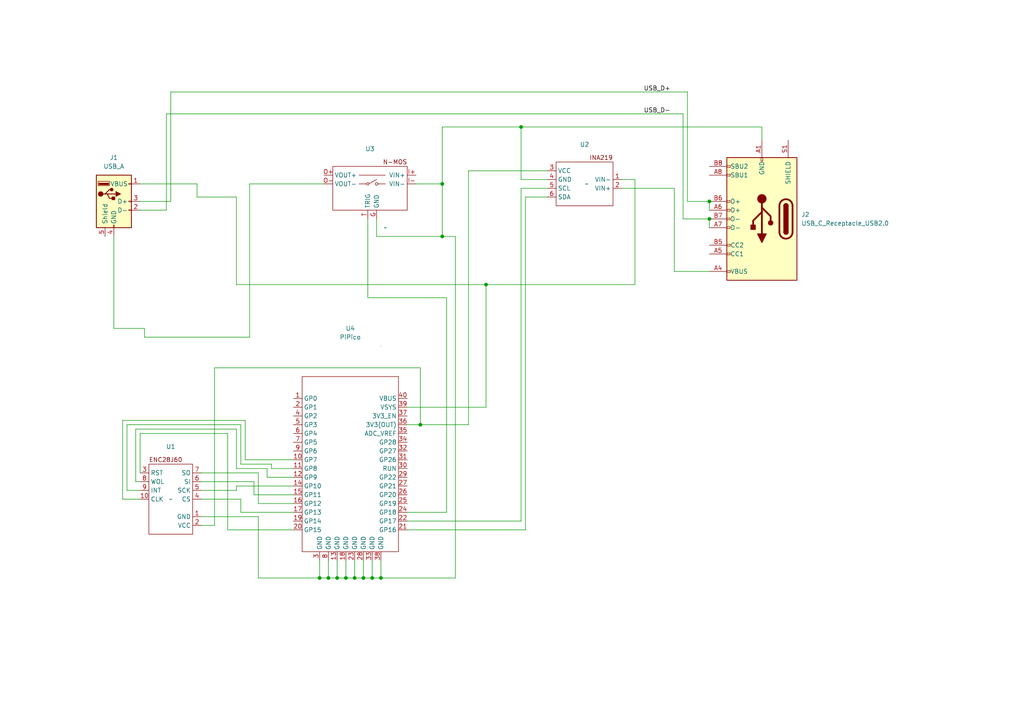
<source format=kicad_sch>
(kicad_sch (version 20230121) (generator eeschema)
  (paper "A4")
  (lib_symbols
    (symbol "Connector:USB_A" (pin_names (offset 1.016))
      (property "Reference" "J" (at -5.08 11.43 0))
      (property "Value" "USB_A" (at -5.08 8.89 0))
      (symbol "USB_A_0_1"
        (rectangle (start -5.08 -7.62) (end 5.08 7.62) (stroke (width 0.254)) (fill (type background)))
        (circle (center -3.81 2.159) (radius 0.635) (stroke (width 0.254)) (fill (type outline)))
        (rectangle (start -1.524 4.826) (end -4.318 5.334) (fill (type outline)))
        (rectangle (start -1.27 4.572) (end -4.572 5.842))
        (circle (center -0.635 3.429) (radius 0.381) (stroke (width 0.254)) (fill (type outline)))
        (rectangle (start -0.127 -7.62) (end 0.127 -6.858))
        (polyline (pts (xy -3.175 2.159) (xy -2.54 2.159) (xy -1.27 3.429) (xy -0.635 3.429)) (stroke (width 0.254)))
        (polyline (pts (xy -2.54 2.159) (xy -1.905 2.159) (xy -1.27 0.889) (xy 0 0.889)) (stroke (width 0.254)))
        (polyline (pts (xy 0.635 2.794) (xy 0.635 1.524) (xy 1.905 2.159) (xy 0.635 2.794)) (stroke (width 0.254)) (fill (type outline)))
        (rectangle (start 0.254 1.27) (end -0.508 0.508) (stroke (width 0.254)) (fill (type outline)))
        (rectangle (start 5.08 -2.667) (end 4.318 -2.413))
        (rectangle (start 5.08 -0.127) (end 4.318 0.127))
        (rectangle (start 5.08 4.953) (end 4.318 5.207))
      )
      (symbol "USB_A_1_1"
        (polyline (pts (xy -1.905 2.159) (xy 0.635 2.159)) (stroke (width 0.254)))
        (pin power_in line (at 7.62 5.08 180) (length 2.54) (name "VBUS") (number "1"))
        (pin bidirectional line (at 7.62 -2.54 180) (length 2.54) (name "D-") (number "2"))
        (pin bidirectional line (at 7.62 0 180) (length 2.54) (name "D+") (number "3"))
        (pin power_in line (at 0 -10.16 90) (length 2.54) (name "GND") (number "4"))
        (pin passive line (at -2.54 -10.16 90) (length 2.54) (name "Shield") (number "5"))
      )
    )
    (symbol "Connector:USB_C_Receptacle_USB2.0" (pin_names (offset 1.016))
      (property "Reference" "J" (at -10.16 19.05 0))
      (property "Value" "USB_C_Receptacle_USB2.0" (at 19.05 19.05 0))
      (symbol "USB_C_Receptacle_USB2.0_0_0"
        (rectangle (start -0.254 -17.78) (end 0.254 -16.764))
        (rectangle (start 10.16 -14.986) (end 9.144 -15.494))
        (rectangle (start 10.16 -12.446) (end 9.144 -12.954))
        (rectangle (start 10.16 -4.826) (end 9.144 -5.334))
        (rectangle (start 10.16 -2.286) (end 9.144 -2.794))
        (rectangle (start 10.16 0.254) (end 9.144 -0.254))
        (rectangle (start 10.16 2.794) (end 9.144 2.286))
        (rectangle (start 10.16 7.874) (end 9.144 7.366))
        (rectangle (start 10.16 10.414) (end 9.144 9.906))
        (rectangle (start 10.16 15.494) (end 9.144 14.986))
      )
      (symbol "USB_C_Receptacle_USB2.0_0_1"
        (rectangle (start -10.16 17.78) (end 10.16 -17.78) (stroke (width 0.254)) (fill (type background)))
        (arc (start -8.89 -3.81) (mid -6.985 -5.7067) (end -5.08 -3.81) (stroke (width 0.508)))
        (arc (start -7.62 -3.81) (mid -6.985 -4.4423) (end -6.35 -3.81) (stroke (width 0.254)))
        (arc (start -7.62 -3.81) (mid -6.985 -4.4423) (end -6.35 -3.81) (stroke (width 0.254)) (fill (type outline)))
        (rectangle (start -7.62 -3.81) (end -6.35 3.81) (stroke (width 0.254)) (fill (type outline)))
        (arc (start -6.35 3.81) (mid -6.985 4.4423) (end -7.62 3.81) (stroke (width 0.254)))
        (arc (start -6.35 3.81) (mid -6.985 4.4423) (end -7.62 3.81) (stroke (width 0.254)) (fill (type outline)))
        (arc (start -5.08 3.81) (mid -6.985 5.7067) (end -8.89 3.81) (stroke (width 0.508)))
        (circle (center -2.54 1.143) (radius 0.635) (stroke (width 0.254)) (fill (type outline)))
        (circle (center 0 -5.842) (radius 1.27) (fill (type outline)))
        (polyline (pts (xy -8.89 -3.81) (xy -8.89 3.81)) (stroke (width 0.508)))
        (polyline (pts (xy -5.08 3.81) (xy -5.08 -3.81)) (stroke (width 0.508)))
        (polyline (pts (xy 0 -5.842) (xy 0 4.318)) (stroke (width 0.508)))
        (polyline (pts (xy 0 -3.302) (xy -2.54 -0.762) (xy -2.54 0.508)) (stroke (width 0.508)))
        (polyline (pts (xy 0 -2.032) (xy 2.54 0.508) (xy 2.54 1.778)) (stroke (width 0.508)))
        (polyline (pts (xy -1.27 4.318) (xy 0 6.858) (xy 1.27 4.318) (xy -1.27 4.318)) (stroke (width 0.254)) (fill (type outline)))
        (rectangle (start 1.905 1.778) (end 3.175 3.048) (stroke (width 0.254)) (fill (type outline)))
      )
      (symbol "USB_C_Receptacle_USB2.0_1_1"
        (pin passive line (at 0 -22.86 90) (length 5.08) (name "GND") (number "A1"))
        (pin passive line (at 0 -22.86 90) (length 5.08) hide (name "GND") (number "A12"))
        (pin passive line (at 15.24 15.24 180) (length 5.08) (name "VBUS") (number "A4"))
        (pin bidirectional line (at 15.24 10.16 180) (length 5.08) (name "CC1") (number "A5"))
        (pin bidirectional line (at 15.24 -2.54 180) (length 5.08) (name "D+") (number "A6"))
        (pin bidirectional line (at 15.24 2.54 180) (length 5.08) (name "D-") (number "A7"))
        (pin bidirectional line (at 15.24 -12.7 180) (length 5.08) (name "SBU1") (number "A8"))
        (pin passive line (at 15.24 15.24 180) (length 5.08) hide (name "VBUS") (number "A9"))
        (pin passive line (at 0 -22.86 90) (length 5.08) hide (name "GND") (number "B1"))
        (pin passive line (at 0 -22.86 90) (length 5.08) hide (name "GND") (number "B12"))
        (pin passive line (at 15.24 15.24 180) (length 5.08) hide (name "VBUS") (number "B4"))
        (pin bidirectional line (at 15.24 7.62 180) (length 5.08) (name "CC2") (number "B5"))
        (pin bidirectional line (at 15.24 -5.08 180) (length 5.08) (name "D+") (number "B6"))
        (pin bidirectional line (at 15.24 0 180) (length 5.08) (name "D-") (number "B7"))
        (pin bidirectional line (at 15.24 -15.24 180) (length 5.08) (name "SBU2") (number "B8"))
        (pin passive line (at 15.24 15.24 180) (length 5.08) hide (name "VBUS") (number "B9"))
        (pin passive line (at -7.62 -22.86 90) (length 5.08) (name "SHIELD") (number "S1"))
      )
    )
    (symbol "custom_lib:ENC28J60"
      (property "Reference" "U" (at -6.35 11.43 0))
      (symbol "ENC28J60_0_1"
        (polyline (pts (xy -6.35 10.16) (xy -6.35 -10.16) (xy 6.35 -10.16) (xy 6.35 10.16) (xy -6.35 10.16)))
      )
      (symbol "ENC28J60_1_1"
        (text "ENC28J60" (at 6.35 -11.43 0) (effects (font (size 1.27 1.27)) (justify right)))
        (pin power_in line (at -8.89 5.08 0) (length 2.54) (name "GND") (number "1"))
        (pin bidirectional line (at 8.89 0 180) (length 2.54) (name "CLK") (number "10"))
        (pin power_in line (at -8.89 7.62 0) (length 2.54) (name "VCC") (number "2"))
        (pin bidirectional line (at 8.89 -7.62 180) (length 2.54) (name "RST") (number "3"))
        (pin input line (at -8.89 0 0) (length 2.54) (name "CS") (number "4"))
        (pin input line (at -8.89 -2.54 0) (length 2.54) (name "SCK") (number "5"))
        (pin input line (at -8.89 -5.08 0) (length 2.54) (name "SI") (number "6"))
        (pin output line (at -8.89 -7.62 0) (length 2.54) (name "SO") (number "7"))
        (pin bidirectional line (at 8.89 -5.08 180) (length 2.54) (name "WOL") (number "8"))
        (pin bidirectional line (at 8.89 -2.54 180) (length 2.54) (name "INT") (number "9"))
      )
    )
    (symbol "custom_lib:INA219"
      (property "Reference" "U" (at -8.89 7.62 0))
      (symbol "INA219_0_1"
        (polyline (pts (xy -8.89 6.35) (xy -8.89 -6.35) (xy 7.62 -6.35) (xy 7.62 6.35) (xy -8.89 6.35)))
      )
      (symbol "INA219_1_1"
        (text "INA219" (at 7.62 7.62 0) (effects (font (size 1.27 1.27)) (justify right)))
        (pin input line (at 10.16 1.27 180) (length 2.54) (name "VIN-") (number "1"))
        (pin input line (at 10.16 -1.27 180) (length 2.54) (name "VIN+") (number "2"))
        (pin power_in line (at -11.43 3.81 0) (length 2.54) (name "VCC") (number "3"))
        (pin power_in line (at -11.43 1.27 0) (length 2.54) (name "GND") (number "4"))
        (pin input line (at -11.43 -1.27 0) (length 2.54) (name "SCL") (number "5"))
        (pin bidirectional line (at -11.43 -3.81 0) (length 2.54) (name "SDA") (number "6"))
      )
    )
    (symbol "custom_lib:N-MOS_x2_module"
      (property "Reference" "U" (at -11.43 7.62 0))
      (symbol "N-MOS_x2_module_0_1"
        (circle (center -1.27 1.27) (radius 0.3433))
        (polyline (pts (xy -3.81 3.81) (xy 3.81 3.81)))
        (polyline (pts (xy -1.651 1.27) (xy -3.81 1.27)))
        (polyline (pts (xy -0.889 1.397) (xy 1.27 2.54)))
        (polyline (pts (xy 1.651 1.27) (xy 3.81 1.27)))
        (polyline (pts (xy -11.43 6.35) (xy -11.43 -6.35) (xy 10.16 -6.35) (xy 10.16 6.35) (xy -11.43 6.35)))
        (circle (center 1.27 1.27) (radius 0.381))
      )
      (symbol "N-MOS_x2_module_1_1"
        (text "N-MOS" (at 10.16 7.62 0) (effects (font (size 1.27 1.27)) (justify right)))
        (pin bidirectional line (at 1.27 -8.89 90) (length 2.54) (name "GND") (number "G"))
        (pin input line (at 12.7 3.81 180) (length 2.54) (name "VIN+") (number "I+"))
        (pin input line (at 12.7 1.27 180) (length 2.54) (name "VIN-") (number "I-"))
        (pin output line (at -13.97 3.81 0) (length 2.54) (name "VOUT+") (number "O+"))
        (pin output line (at -13.97 1.27 0) (length 2.54) (name "VOUT-") (number "O-"))
        (pin input line (at -1.27 -8.89 90) (length 2.54) (name "TRIG") (number "T"))
      )
    )
    (symbol "custom_lib:PiPico"
      (property "Reference" "U" (at -12.7 26.67 0))
      (property "Value" "PiPico" (at 10.16 26.67 0))
      (symbol "PiPico_0_1"
        (rectangle (start -13.97 25.4) (end 13.97 -25.4))
        (rectangle (start 8.89 34.29) (end 8.89 34.29))
      )
      (symbol "PiPico_1_1"
        (pin bidirectional line (at -16.51 19.05 0) (length 2.54) (name "GP0") (number "1"))
        (pin bidirectional line (at -16.51 1.27 0) (length 2.54) (name "GP7") (number "10"))
        (pin bidirectional line (at -16.51 -1.27 0) (length 2.54) (name "GP8") (number "11"))
        (pin bidirectional line (at -16.51 -3.81 0) (length 2.54) (name "GP9") (number "12"))
        (pin bidirectional line (at -3.81 -27.94 90) (length 2.54) (name "GND") (number "13"))
        (pin bidirectional line (at -16.51 -6.35 0) (length 2.54) (name "GP10") (number "14"))
        (pin bidirectional line (at -16.51 -8.89 0) (length 2.54) (name "GP11") (number "15"))
        (pin bidirectional line (at -16.51 -11.43 0) (length 2.54) (name "GP12") (number "16"))
        (pin bidirectional line (at -16.51 -13.97 0) (length 2.54) (name "GP13") (number "17"))
        (pin bidirectional line (at -1.27 -27.94 90) (length 2.54) (name "GND") (number "18"))
        (pin bidirectional line (at -16.51 -16.51 0) (length 2.54) (name "GP14") (number "19"))
        (pin bidirectional line (at -16.51 16.51 0) (length 2.54) (name "GP1") (number "2"))
        (pin bidirectional line (at -16.51 -19.05 0) (length 2.54) (name "GP15") (number "20"))
        (pin bidirectional line (at 16.51 -19.05 180) (length 2.54) (name "GP16") (number "21"))
        (pin bidirectional line (at 16.51 -16.51 180) (length 2.54) (name "GP17") (number "22"))
        (pin bidirectional line (at 1.27 -27.94 90) (length 2.54) (name "GND") (number "23"))
        (pin bidirectional line (at 16.51 -13.97 180) (length 2.54) (name "GP18") (number "24"))
        (pin bidirectional line (at 16.51 -11.43 180) (length 2.54) (name "GP19") (number "25"))
        (pin bidirectional line (at 16.51 -8.89 180) (length 2.54) (name "GP20") (number "26"))
        (pin bidirectional line (at 16.51 -6.35 180) (length 2.54) (name "GP21") (number "27"))
        (pin bidirectional line (at 3.81 -27.94 90) (length 2.54) (name "GND") (number "28"))
        (pin bidirectional line (at 16.51 -3.81 180) (length 2.54) (name "GP22") (number "29"))
        (pin bidirectional line (at -8.89 -27.94 90) (length 2.54) (name "GND") (number "3"))
        (pin bidirectional line (at 16.51 -1.27 180) (length 2.54) (name "RUN") (number "30"))
        (pin bidirectional line (at 16.51 1.27 180) (length 2.54) (name "GP26") (number "31"))
        (pin bidirectional line (at 16.51 3.81 180) (length 2.54) (name "GP27") (number "32"))
        (pin bidirectional line (at 6.35 -27.94 90) (length 2.54) (name "GND") (number "33"))
        (pin bidirectional line (at 16.51 6.35 180) (length 2.54) (name "GP28") (number "34"))
        (pin bidirectional line (at 16.51 8.89 180) (length 2.54) (name "ADC_VREF") (number "35"))
        (pin bidirectional line (at 16.51 11.43 180) (length 2.54) (name "3V3(OUT)") (number "36"))
        (pin bidirectional line (at 16.51 13.97 180) (length 2.54) (name "3V3_EN") (number "37"))
        (pin bidirectional line (at 8.89 -27.94 90) (length 2.54) (name "GND") (number "38"))
        (pin bidirectional line (at 16.51 16.51 180) (length 2.54) (name "VSYS") (number "39"))
        (pin bidirectional line (at -16.51 13.97 0) (length 2.54) (name "GP2") (number "4"))
        (pin bidirectional line (at 16.51 19.05 180) (length 2.54) (name "VBUS") (number "40"))
        (pin bidirectional line (at -16.51 11.43 0) (length 2.54) (name "GP3") (number "5"))
        (pin bidirectional line (at -16.51 8.89 0) (length 2.54) (name "GP4") (number "6"))
        (pin bidirectional line (at -16.51 6.35 0) (length 2.54) (name "GP5") (number "7"))
        (pin bidirectional line (at -6.35 -27.94 90) (length 2.54) (name "GND") (number "8"))
        (pin bidirectional line (at -16.51 3.81 0) (length 2.54) (name "GP6") (number "9"))
      )
    )
  )
  (junction (at 205.74 58.42))
  (junction (at 128.27 53.34))
  (junction (at 95.25 167.64))
  (junction (at 105.41 167.64))
  (junction (at 102.87 167.64))
  (junction (at 128.27 68.58))
  (junction (at 107.95 167.64))
  (junction (at 121.92 123.19))
  (junction (at 151.13 36.83))
  (junction (at 110.49 167.64))
  (junction (at 205.74 63.5))
  (junction (at 100.33 167.64))
  (junction (at 92.71 167.64))
  (junction (at 97.79 167.64))
  (junction (at 140.97 82.55))
  (wire (pts (xy 132.08 68.58) (xy 128.27 68.58)))
  (wire (pts (xy 69.85 144.78) (xy 58.42 144.78)))
  (wire (pts (xy 102.87 162.56) (xy 102.87 167.64)))
  (wire (pts (xy 102.87 167.64) (xy 105.41 167.64)))
  (wire (pts (xy 118.11 118.11) (xy 140.97 118.11)))
  (wire (pts (xy 110.49 167.64) (xy 132.08 167.64)))
  (wire (pts (xy 152.4 57.15) (xy 158.75 57.15)))
  (wire (pts (xy 140.97 82.55) (xy 140.97 118.11)))
  (wire (pts (xy 68.58 140.97) (xy 68.58 142.24)))
  (wire (pts (xy 205.74 63.5) (xy 205.74 66.04)))
  (wire (pts (xy 69.85 134.62) (xy 78.74 134.62)))
  (wire (pts (xy 110.49 167.64) (xy 110.49 162.56)))
  (wire (pts (xy 36.83 123.19) (xy 36.83 142.24)))
  (wire (pts (xy 68.58 135.89) (xy 68.58 124.46)))
  (wire (pts (xy 39.37 139.7) (xy 40.64 139.7)))
  (wire (pts (xy 205.74 58.42) (xy 199.39 58.42)))
  (wire (pts (xy 71.12 133.35) (xy 71.12 121.92)))
  (wire (pts (xy 105.41 167.64) (xy 107.95 167.64)))
  (wire (pts (xy 195.58 78.74) (xy 205.74 78.74)))
  (wire (pts (xy 92.71 162.56) (xy 92.71 167.64)))
  (wire (pts (xy 58.42 139.7) (xy 73.66 139.7)))
  (wire (pts (xy 92.71 167.64) (xy 95.25 167.64)))
  (wire (pts (xy 74.93 167.64) (xy 92.71 167.64)))
  (wire (pts (xy 40.64 53.34) (xy 57.15 53.34)))
  (wire (pts (xy 118.11 153.67) (xy 152.4 153.67)))
  (wire (pts (xy 107.95 162.56) (xy 107.95 167.64)))
  (wire (pts (xy 129.54 86.36) (xy 106.68 86.36)))
  (wire (pts (xy 195.58 54.61) (xy 195.58 78.74)))
  (wire (pts (xy 40.64 125.73) (xy 40.64 137.16)))
  (wire (pts (xy 62.23 152.4) (xy 62.23 106.68)))
  (wire (pts (xy 74.93 146.05) (xy 85.09 146.05)))
  (wire (pts (xy 106.68 86.36) (xy 106.68 63.5)))
  (wire (pts (xy 129.54 148.59) (xy 129.54 86.36)))
  (wire (pts (xy 109.22 63.5) (xy 109.22 68.58)))
  (wire (pts (xy 68.58 124.46) (xy 39.37 124.46)))
  (wire (pts (xy 121.92 106.68) (xy 121.92 123.19)))
  (wire (pts (xy 66.04 125.73) (xy 40.64 125.73)))
  (wire (pts (xy 128.27 53.34) (xy 120.65 53.34)))
  (wire (pts (xy 198.12 63.5) (xy 205.74 63.5)))
  (wire (pts (xy 74.93 149.86) (xy 74.93 167.64)))
  (wire (pts (xy 85.09 153.67) (xy 66.04 153.67)))
  (wire (pts (xy 105.41 162.56) (xy 105.41 167.64)))
  (wire (pts (xy 66.04 153.67) (xy 66.04 125.73)))
  (wire (pts (xy 58.42 152.4) (xy 62.23 152.4)))
  (wire (pts (xy 109.22 68.58) (xy 128.27 68.58)))
  (wire (pts (xy 69.85 148.59) (xy 85.09 148.59)))
  (wire (pts (xy 205.74 58.42) (xy 205.74 60.96)))
  (wire (pts (xy 199.39 58.42) (xy 199.39 26.67)))
  (wire (pts (xy 68.58 57.15) (xy 57.15 57.15)))
  (wire (pts (xy 132.08 167.64) (xy 132.08 68.58)))
  (wire (pts (xy 198.12 33.02) (xy 198.12 63.5)))
  (wire (pts (xy 95.25 167.64) (xy 97.79 167.64)))
  (wire (pts (xy 78.74 135.89) (xy 85.09 135.89)))
  (wire (pts (xy 62.23 106.68) (xy 121.92 106.68)))
  (wire (pts (xy 68.58 140.97) (xy 85.09 140.97)))
  (wire (pts (xy 135.89 123.19) (xy 135.89 49.53)))
  (wire (pts (xy 69.85 148.59) (xy 69.85 144.78)))
  (wire (pts (xy 74.93 137.16) (xy 74.93 146.05)))
  (wire (pts (xy 95.25 162.56) (xy 95.25 167.64)))
  (wire (pts (xy 93.98 53.34) (xy 72.39 53.34)))
  (wire (pts (xy 107.95 167.64) (xy 110.49 167.64)))
  (wire (pts (xy 220.98 36.83) (xy 220.98 40.64)))
  (wire (pts (xy 58.42 137.16) (xy 74.93 137.16)))
  (wire (pts (xy 118.11 151.13) (xy 151.13 151.13)))
  (wire (pts (xy 180.34 52.07) (xy 184.15 52.07)))
  (wire (pts (xy 78.74 134.62) (xy 78.74 135.89)))
  (wire (pts (xy 68.58 82.55) (xy 68.58 57.15)))
  (wire (pts (xy 184.15 82.55) (xy 140.97 82.55)))
  (wire (pts (xy 140.97 82.55) (xy 68.58 82.55)))
  (wire (pts (xy 72.39 97.79) (xy 41.91 97.79)))
  (wire (pts (xy 77.47 138.43) (xy 77.47 135.89)))
  (wire (pts (xy 184.15 52.07) (xy 184.15 82.55)))
  (wire (pts (xy 100.33 167.64) (xy 102.87 167.64)))
  (wire (pts (xy 33.02 95.25) (xy 41.91 95.25)))
  (wire (pts (xy 118.11 123.19) (xy 121.92 123.19)))
  (wire (pts (xy 151.13 52.07) (xy 151.13 36.83)))
  (wire (pts (xy 48.26 60.96) (xy 48.26 33.02)))
  (wire (pts (xy 33.02 68.58) (xy 33.02 95.25)))
  (wire (pts (xy 39.37 124.46) (xy 39.37 139.7)))
  (wire (pts (xy 158.75 54.61) (xy 151.13 54.61)))
  (wire (pts (xy 35.56 121.92) (xy 35.56 144.78)))
  (wire (pts (xy 36.83 142.24) (xy 40.64 142.24)))
  (wire (pts (xy 121.92 123.19) (xy 135.89 123.19)))
  (wire (pts (xy 77.47 138.43) (xy 85.09 138.43)))
  (wire (pts (xy 72.39 53.34) (xy 72.39 97.79)))
  (wire (pts (xy 220.98 36.83) (xy 151.13 36.83)))
  (wire (pts (xy 97.79 167.64) (xy 100.33 167.64)))
  (wire (pts (xy 58.42 149.86) (xy 74.93 149.86)))
  (wire (pts (xy 152.4 57.15) (xy 152.4 153.67)))
  (wire (pts (xy 41.91 97.79) (xy 41.91 95.25)))
  (wire (pts (xy 158.75 52.07) (xy 151.13 52.07)))
  (wire (pts (xy 35.56 144.78) (xy 40.64 144.78)))
  (wire (pts (xy 118.11 148.59) (xy 129.54 148.59)))
  (wire (pts (xy 77.47 135.89) (xy 68.58 135.89)))
  (wire (pts (xy 68.58 142.24) (xy 58.42 142.24)))
  (wire (pts (xy 73.66 143.51) (xy 73.66 139.7)))
  (wire (pts (xy 128.27 68.58) (xy 128.27 53.34)))
  (wire (pts (xy 36.83 123.19) (xy 69.85 123.19)))
  (wire (pts (xy 97.79 162.56) (xy 97.79 167.64)))
  (wire (pts (xy 85.09 133.35) (xy 71.12 133.35)))
  (wire (pts (xy 71.12 121.92) (xy 35.56 121.92)))
  (wire (pts (xy 69.85 123.19) (xy 69.85 134.62)))
  (wire (pts (xy 57.15 53.34) (xy 57.15 57.15)))
  (wire (pts (xy 135.89 49.53) (xy 158.75 49.53)))
  (wire (pts (xy 151.13 36.83) (xy 128.27 36.83)))
  (wire (pts (xy 73.66 143.51) (xy 85.09 143.51)))
  (wire (pts (xy 195.58 54.61) (xy 180.34 54.61)))
  (wire (pts (xy 100.33 162.56) (xy 100.33 167.64)))
  (wire (pts (xy 128.27 36.83) (xy 128.27 53.34)))
  (wire (pts (xy 40.64 60.96) (xy 48.26 60.96)))
  (wire (pts (xy 48.26 33.02) (xy 198.12 33.02)))
  (wire (pts (xy 199.39 26.67) (xy 49.53 26.67)))
  (wire (pts (xy 49.53 58.42) (xy 40.64 58.42)))
  (wire (pts (xy 49.53 26.67) (xy 49.53 58.42)))
  (wire (pts (xy 151.13 54.61) (xy 151.13 151.13)))
  (label "USB_D+" (at 186.69 26.67 0))
  (label "USB_D-" (at 186.69 33.02 0))
  (symbol (lib_id "custom_lib:N-MOS_x2_module") (at 107.95 54.61 0) (unit 1)
    (property "Reference" "U3" (at 107.315 43.18 0))
    (property "Value" "~" (at 111.76 66.04 0))
    (property "Footprint" "custom_lib:N-MOS_1" (effects hide))
  )
  (symbol (lib_id "custom_lib:ENC28J60") (at 49.53 144.78 180) (unit 1)
    (property "Reference" "U1" (at 49.53 129.54 0))
    (property "Value" "~" (at 49.53 144.78 0))
    (property "Footprint" "custom_lib:END28J60" (effects hide))
  )
  (symbol (lib_id "custom_lib:INA219") (at 170.18 53.34 0) (unit 1)
    (property "Reference" "U2" (at 169.545 41.91 0))
    (property "Value" "~" (at 170.18 53.34 0))
    (property "Footprint" "custom_lib:INA219" (effects hide))
  )
  (symbol (lib_id "Connector:USB_A") (at 33.02 58.42 0) (unit 1)
    (property "Reference" "J1" (at 33.02 45.72 0))
    (property "Value" "USB_A" (at 33.02 48.26 0))
    (property "Footprint" "custom_lib:USB A Port" (effects hide))
    (property "Datasheet" " ~" (effects hide))
  )
  (symbol (lib_id "custom_lib:PiPico") (at 101.6 134.62 0) (unit 1)
    (property "Reference" "U4" (at 101.6 95.25 0))
    (property "Value" "PiPico" (at 101.6 97.79 0))
    (property "Footprint" "custom_lib:PiPico" (effects hide))
  )
  (symbol (lib_id "Connector:USB_C_Receptacle_USB2.0") (at 220.98 63.5 180) (unit 1)
    (property "Reference" "J2" (at 232.41 62.23 0) (effects (justify right)))
    (property "Value" "USB_C_Receptacle_USB2.0" (at 232.41 64.77 0) (effects (justify right)))
    (property "Footprint" "custom_lib:USB C Port" (effects hide))
    (property "Datasheet" "https://www.usb.org/sites/default/files/documents/usb_type-c.zip" (effects hide))
  )
)
</source>
